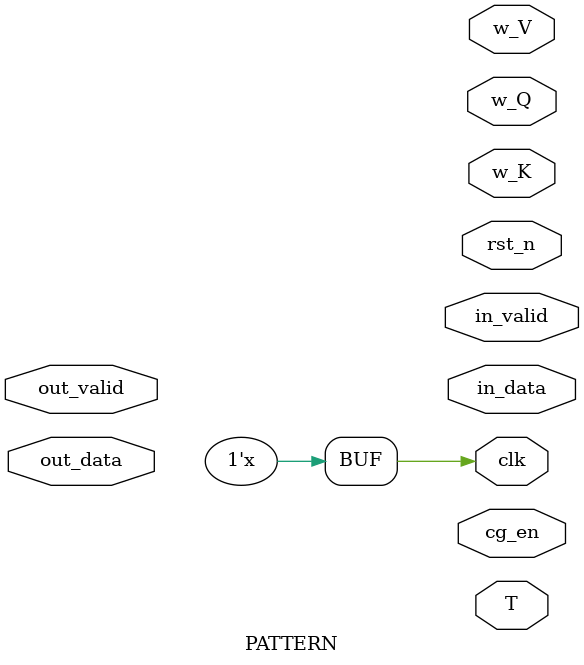
<source format=v>
module PATTERN(
    // Output signals
    clk,
    rst_n,
    cg_en,
    in_valid,
    T,
    in_data,
    w_Q,
    w_K,
    w_V,

    // Input signals
    out_valid,
    out_data
);

output reg clk;
output reg rst_n;
output reg cg_en;
output reg in_valid;
output reg [3:0] T;
output reg signed [7:0] in_data;
output reg signed [7:0] w_Q;
output reg signed [7:0] w_K;
output reg signed [7:0] w_V;

input out_valid;
input signed [63:0] out_data;

//================================================================
// parameters & integer
//================================================================

//================================================================
// Clock
//================================================================
initial clk = 0;
always #(CYCLE/2) clk = ~clk;

//================================================================
// Wire & Reg Declaration
//================================================================


//================================================================
// Task
//================================================================






endmodule
</source>
